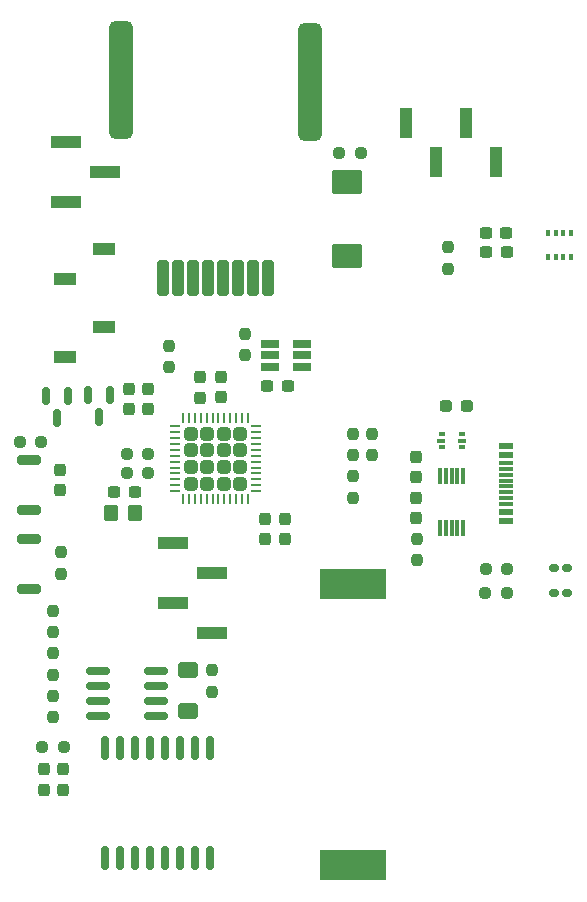
<source format=gbr>
%TF.GenerationSoftware,KiCad,Pcbnew,7.0.2*%
%TF.CreationDate,2024-06-10T16:57:37+03:00*%
%TF.ProjectId,STM32_NRF24L01_Sleep_mode,53544d33-325f-44e5-9246-32344c30315f,rev?*%
%TF.SameCoordinates,Original*%
%TF.FileFunction,Paste,Bot*%
%TF.FilePolarity,Positive*%
%FSLAX46Y46*%
G04 Gerber Fmt 4.6, Leading zero omitted, Abs format (unit mm)*
G04 Created by KiCad (PCBNEW 7.0.2) date 2024-06-10 16:57:37*
%MOMM*%
%LPD*%
G01*
G04 APERTURE LIST*
G04 Aperture macros list*
%AMRoundRect*
0 Rectangle with rounded corners*
0 $1 Rounding radius*
0 $2 $3 $4 $5 $6 $7 $8 $9 X,Y pos of 4 corners*
0 Add a 4 corners polygon primitive as box body*
4,1,4,$2,$3,$4,$5,$6,$7,$8,$9,$2,$3,0*
0 Add four circle primitives for the rounded corners*
1,1,$1+$1,$2,$3*
1,1,$1+$1,$4,$5*
1,1,$1+$1,$6,$7*
1,1,$1+$1,$8,$9*
0 Add four rect primitives between the rounded corners*
20,1,$1+$1,$2,$3,$4,$5,0*
20,1,$1+$1,$4,$5,$6,$7,0*
20,1,$1+$1,$6,$7,$8,$9,0*
20,1,$1+$1,$8,$9,$2,$3,0*%
G04 Aperture macros list end*
%ADD10RoundRect,0.237500X-0.237500X0.250000X-0.237500X-0.250000X0.237500X-0.250000X0.237500X0.250000X0*%
%ADD11R,1.560000X0.650000*%
%ADD12RoundRect,0.237500X-0.300000X-0.237500X0.300000X-0.237500X0.300000X0.237500X-0.300000X0.237500X0*%
%ADD13RoundRect,0.250000X-1.025000X0.787500X-1.025000X-0.787500X1.025000X-0.787500X1.025000X0.787500X0*%
%ADD14R,1.900000X1.000000*%
%ADD15R,2.510000X1.000000*%
%ADD16R,1.000000X2.510000*%
%ADD17RoundRect,0.250000X0.600000X-0.400000X0.600000X0.400000X-0.600000X0.400000X-0.600000X-0.400000X0*%
%ADD18R,5.560000X2.600000*%
%ADD19RoundRect,0.237500X0.237500X-0.250000X0.237500X0.250000X-0.237500X0.250000X-0.237500X-0.250000X0*%
%ADD20RoundRect,0.237500X0.250000X0.237500X-0.250000X0.237500X-0.250000X-0.237500X0.250000X-0.237500X0*%
%ADD21RoundRect,0.237500X-0.250000X-0.237500X0.250000X-0.237500X0.250000X0.237500X-0.250000X0.237500X0*%
%ADD22R,0.500000X0.375000*%
%ADD23R,0.650000X0.300000*%
%ADD24R,0.300000X1.400000*%
%ADD25RoundRect,0.150000X-0.150000X0.587500X-0.150000X-0.587500X0.150000X-0.587500X0.150000X0.587500X0*%
%ADD26R,1.240000X0.600000*%
%ADD27R,1.240000X0.300000*%
%ADD28RoundRect,0.237500X-0.287500X-0.237500X0.287500X-0.237500X0.287500X0.237500X-0.287500X0.237500X0*%
%ADD29RoundRect,0.160000X-0.222500X-0.160000X0.222500X-0.160000X0.222500X0.160000X-0.222500X0.160000X0*%
%ADD30RoundRect,0.237500X-0.237500X0.300000X-0.237500X-0.300000X0.237500X-0.300000X0.237500X0.300000X0*%
%ADD31RoundRect,0.237500X0.237500X-0.300000X0.237500X0.300000X-0.237500X0.300000X-0.237500X-0.300000X0*%
%ADD32RoundRect,0.250000X-0.350000X-0.450000X0.350000X-0.450000X0.350000X0.450000X-0.350000X0.450000X0*%
%ADD33RoundRect,0.150000X0.150000X-0.875000X0.150000X0.875000X-0.150000X0.875000X-0.150000X-0.875000X0*%
%ADD34RoundRect,0.250000X-0.315000X0.315000X-0.315000X-0.315000X0.315000X-0.315000X0.315000X0.315000X0*%
%ADD35RoundRect,0.062500X-0.062500X0.375000X-0.062500X-0.375000X0.062500X-0.375000X0.062500X0.375000X0*%
%ADD36RoundRect,0.062500X-0.375000X0.062500X-0.375000X-0.062500X0.375000X-0.062500X0.375000X0.062500X0*%
%ADD37RoundRect,0.200000X-0.800000X0.200000X-0.800000X-0.200000X0.800000X-0.200000X0.800000X0.200000X0*%
%ADD38RoundRect,0.250000X0.250000X-1.250000X0.250000X1.250000X-0.250000X1.250000X-0.250000X-1.250000X0*%
%ADD39RoundRect,0.500000X0.500000X-4.500000X0.500000X4.500000X-0.500000X4.500000X-0.500000X-4.500000X0*%
%ADD40R,0.350000X0.500000*%
%ADD41RoundRect,0.150000X-0.825000X-0.150000X0.825000X-0.150000X0.825000X0.150000X-0.825000X0.150000X0*%
G04 APERTURE END LIST*
D10*
%TO.C,JP10*%
X-156850000Y-63325000D03*
X-156850000Y-65150000D03*
%TD*%
D11*
%TO.C,U2*%
X-145550000Y-63200000D03*
X-145550000Y-64150000D03*
X-145550000Y-65100000D03*
X-148250000Y-65100000D03*
X-148250000Y-64150000D03*
X-148250000Y-63200000D03*
%TD*%
D12*
%TO.C,C10*%
X-148500000Y-66700000D03*
X-146775000Y-66700000D03*
%TD*%
D13*
%TO.C,C15*%
X-141800000Y-49487500D03*
X-141800000Y-55712500D03*
%TD*%
D10*
%TO.C,JP9*%
X-135875000Y-81500000D03*
X-135875000Y-79675000D03*
%TD*%
D14*
%TO.C,J3*%
X-162350000Y-61730000D03*
X-165650000Y-64270000D03*
%TD*%
%TO.C,J2*%
X-162350000Y-55130000D03*
X-165650000Y-57670000D03*
%TD*%
D15*
%TO.C,J1*%
X-156510000Y-80060000D03*
X-153200000Y-82600000D03*
X-156510000Y-85140000D03*
X-153200000Y-87680000D03*
%TD*%
%TO.C,JP13*%
X-165600000Y-51200000D03*
X-162290000Y-48660000D03*
X-165600000Y-46120000D03*
%TD*%
D16*
%TO.C,J6*%
X-129120000Y-47800000D03*
X-131660000Y-44490000D03*
X-134200000Y-47800000D03*
X-136740000Y-44490000D03*
%TD*%
D17*
%TO.C,D2*%
X-155200000Y-90800000D03*
X-155200000Y-94300000D03*
%TD*%
D18*
%TO.C,BT2*%
X-141250000Y-107310000D03*
X-141250000Y-83500000D03*
%TD*%
D19*
%TO.C,JP8*%
X-139650000Y-72600000D03*
X-139650000Y-70775000D03*
%TD*%
%TO.C,JP1*%
X-150400000Y-64125000D03*
X-150400000Y-62300000D03*
%TD*%
D20*
%TO.C,JP7*%
X-167565000Y-97325000D03*
X-165740000Y-97325000D03*
%TD*%
D21*
%TO.C,JP3*%
X-142425000Y-47000000D03*
X-140600000Y-47000000D03*
%TD*%
D10*
%TO.C,JP2*%
X-133200000Y-54975000D03*
X-133200000Y-56800000D03*
%TD*%
D20*
%TO.C,R16*%
X-130050000Y-84250000D03*
X-128225000Y-84250000D03*
%TD*%
%TO.C,R15*%
X-130025000Y-82250000D03*
X-128200000Y-82250000D03*
%TD*%
D10*
%TO.C,R14*%
X-141239000Y-72610000D03*
X-141239000Y-70785000D03*
%TD*%
%TO.C,R13*%
X-141221000Y-74375000D03*
X-141221000Y-76200000D03*
%TD*%
D19*
%TO.C,R11*%
X-153200000Y-90800000D03*
X-153200000Y-92625000D03*
%TD*%
D10*
%TO.C,R9*%
X-166700000Y-92950000D03*
X-166700000Y-94775000D03*
%TD*%
%TO.C,R7*%
X-166000000Y-82625000D03*
X-166000000Y-80800000D03*
%TD*%
D20*
%TO.C,R6*%
X-167650000Y-71500000D03*
X-169475000Y-71500000D03*
%TD*%
D21*
%TO.C,R5*%
X-160425000Y-72500000D03*
X-158600000Y-72500000D03*
%TD*%
%TO.C,R4*%
X-160425000Y-74100000D03*
X-158600000Y-74100000D03*
%TD*%
D10*
%TO.C,R2*%
X-166675000Y-91175000D03*
X-166675000Y-89350000D03*
%TD*%
%TO.C,R1*%
X-166675000Y-85750000D03*
X-166675000Y-87575000D03*
%TD*%
D22*
%TO.C,U8*%
X-132066000Y-70846500D03*
D23*
X-131991000Y-71384000D03*
D22*
X-132066000Y-71921500D03*
X-133766000Y-71921500D03*
D23*
X-133841000Y-71384000D03*
D22*
X-133766000Y-70846500D03*
%TD*%
D24*
%TO.C,U7*%
X-133916000Y-74384000D03*
X-133416000Y-74384000D03*
X-132916000Y-74384000D03*
X-132416000Y-74384000D03*
X-131916000Y-74384000D03*
X-131916000Y-78784000D03*
X-132416000Y-78784000D03*
X-132916000Y-78784000D03*
X-133416000Y-78784000D03*
X-133916000Y-78784000D03*
%TD*%
D25*
%TO.C,Q3*%
X-167250000Y-67550000D03*
X-165350000Y-67550000D03*
X-166300000Y-69425000D03*
%TD*%
D26*
%TO.C,P2*%
X-128325000Y-71800000D03*
X-128325000Y-72600000D03*
D27*
X-128325000Y-73750000D03*
X-128325000Y-74750000D03*
X-128325000Y-75250000D03*
X-128325000Y-76250000D03*
D26*
X-128325000Y-77400000D03*
X-128325000Y-78200000D03*
X-128325000Y-78200000D03*
X-128325000Y-77400000D03*
D27*
X-128325000Y-76750000D03*
X-128325000Y-75750000D03*
X-128325000Y-74250000D03*
X-128325000Y-73250000D03*
D26*
X-128325000Y-72600000D03*
X-128325000Y-71800000D03*
%TD*%
D28*
%TO.C,F1*%
X-131600000Y-68400000D03*
X-133350000Y-68400000D03*
%TD*%
D29*
%TO.C,D5*%
X-123105000Y-84250000D03*
X-124250000Y-84250000D03*
%TD*%
%TO.C,D4*%
X-123105000Y-82125000D03*
X-124250000Y-82125000D03*
%TD*%
D30*
%TO.C,C19*%
X-135916000Y-72725000D03*
X-135916000Y-74450000D03*
%TD*%
D31*
%TO.C,C18*%
X-135916000Y-77909000D03*
X-135916000Y-76184000D03*
%TD*%
D12*
%TO.C,C6*%
X-161475000Y-75750000D03*
X-159750000Y-75750000D03*
%TD*%
D32*
%TO.C,C14*%
X-161750000Y-77500000D03*
X-159750000Y-77500000D03*
%TD*%
D12*
%TO.C,C1*%
X-128237000Y-55424000D03*
X-129962000Y-55424000D03*
%TD*%
D25*
%TO.C,U4*%
X-163700000Y-67525000D03*
X-161800000Y-67525000D03*
X-162750000Y-69400000D03*
%TD*%
D33*
%TO.C,U5*%
X-153330000Y-97400000D03*
X-154600000Y-97400000D03*
X-155870000Y-97400000D03*
X-157140000Y-97400000D03*
X-158410000Y-97400000D03*
X-159680000Y-97400000D03*
X-160950000Y-97400000D03*
X-162220000Y-97400000D03*
X-162220000Y-106700000D03*
X-160950000Y-106700000D03*
X-159680000Y-106700000D03*
X-158410000Y-106700000D03*
X-157140000Y-106700000D03*
X-155870000Y-106700000D03*
X-154600000Y-106700000D03*
X-153330000Y-106700000D03*
%TD*%
D30*
%TO.C,C4*%
X-147000000Y-78000000D03*
X-147000000Y-79725000D03*
%TD*%
D34*
%TO.C,U1*%
X-155000000Y-70800000D03*
X-153600000Y-70800000D03*
X-152200000Y-70800000D03*
X-150800000Y-70800000D03*
X-155000000Y-72200000D03*
X-153600000Y-72200000D03*
X-152200000Y-72200000D03*
X-150800000Y-72200000D03*
X-155000000Y-73600000D03*
X-153600000Y-73600000D03*
X-152200000Y-73600000D03*
X-150800000Y-73600000D03*
X-155000000Y-75000000D03*
X-153600000Y-75000000D03*
X-152200000Y-75000000D03*
X-150800000Y-75000000D03*
D35*
X-155650000Y-69462500D03*
X-155150000Y-69462500D03*
X-154650000Y-69462500D03*
X-154150000Y-69462500D03*
X-153650000Y-69462500D03*
X-153150000Y-69462500D03*
X-152650000Y-69462500D03*
X-152150000Y-69462500D03*
X-151650000Y-69462500D03*
X-151150000Y-69462500D03*
X-150650000Y-69462500D03*
X-150150000Y-69462500D03*
D36*
X-149462500Y-70150000D03*
X-149462500Y-70650000D03*
X-149462500Y-71150000D03*
X-149462500Y-71650000D03*
X-149462500Y-72150000D03*
X-149462500Y-72650000D03*
X-149462500Y-73150000D03*
X-149462500Y-73650000D03*
X-149462500Y-74150000D03*
X-149462500Y-74650000D03*
X-149462500Y-75150000D03*
X-149462500Y-75650000D03*
D35*
X-150150000Y-76337500D03*
X-150650000Y-76337500D03*
X-151150000Y-76337500D03*
X-151650000Y-76337500D03*
X-152150000Y-76337500D03*
X-152650000Y-76337500D03*
X-153150000Y-76337500D03*
X-153650000Y-76337500D03*
X-154150000Y-76337500D03*
X-154650000Y-76337500D03*
X-155150000Y-76337500D03*
X-155650000Y-76337500D03*
D36*
X-156337500Y-75650000D03*
X-156337500Y-75150000D03*
X-156337500Y-74650000D03*
X-156337500Y-74150000D03*
X-156337500Y-73650000D03*
X-156337500Y-73150000D03*
X-156337500Y-72650000D03*
X-156337500Y-72150000D03*
X-156337500Y-71650000D03*
X-156337500Y-71150000D03*
X-156337500Y-70650000D03*
X-156337500Y-70150000D03*
%TD*%
D30*
%TO.C,C12*%
X-165800000Y-99200000D03*
X-165800000Y-100925000D03*
%TD*%
D12*
%TO.C,C2*%
X-130000000Y-53750000D03*
X-128275000Y-53750000D03*
%TD*%
D30*
%TO.C,C9*%
X-160250000Y-67000000D03*
X-160250000Y-68725000D03*
%TD*%
%TO.C,C13*%
X-152454000Y-65977000D03*
X-152454000Y-67702000D03*
%TD*%
%TO.C,C5*%
X-167400000Y-99200000D03*
X-167400000Y-100925000D03*
%TD*%
D37*
%TO.C,SW2*%
X-168680000Y-83926000D03*
X-168680000Y-79726000D03*
%TD*%
D30*
%TO.C,C7*%
X-148750000Y-78000000D03*
X-148750000Y-79725000D03*
%TD*%
%TO.C,C16*%
X-154200000Y-66000000D03*
X-154200000Y-67725000D03*
%TD*%
D37*
%TO.C,SW1*%
X-168675000Y-73000000D03*
X-168675000Y-77200000D03*
%TD*%
D30*
%TO.C,C3*%
X-166025000Y-73825000D03*
X-166025000Y-75550000D03*
%TD*%
D38*
%TO.C,J4*%
X-148428000Y-57600000D03*
X-149698000Y-57600000D03*
X-150968000Y-57600000D03*
X-152238000Y-57600000D03*
X-153508000Y-57600000D03*
X-154778000Y-57600000D03*
X-156048000Y-57600000D03*
X-157318000Y-57600000D03*
D39*
X-144872000Y-40963000D03*
X-160874000Y-40836000D03*
%TD*%
D30*
%TO.C,C8*%
X-158600000Y-67000000D03*
X-158600000Y-68725000D03*
%TD*%
D40*
%TO.C,U3*%
X-122800000Y-53750000D03*
X-123450000Y-53750000D03*
X-124100000Y-53750000D03*
X-124750000Y-53750000D03*
X-124750000Y-55800000D03*
X-124100000Y-55800000D03*
X-123450000Y-55800000D03*
X-122800000Y-55800000D03*
%TD*%
D41*
%TO.C,U6*%
X-162875000Y-94705000D03*
X-162875000Y-93435000D03*
X-162875000Y-92165000D03*
X-162875000Y-90895000D03*
X-157925000Y-90895000D03*
X-157925000Y-92165000D03*
X-157925000Y-93435000D03*
X-157925000Y-94705000D03*
%TD*%
M02*

</source>
